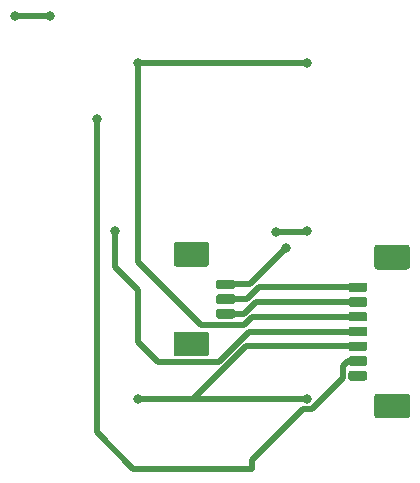
<source format=gbr>
G04 #@! TF.GenerationSoftware,KiCad,Pcbnew,(5.1.5)-3*
G04 #@! TF.CreationDate,2020-03-19T11:24:29+02:00*
G04 #@! TF.ProjectId,LeftPanel,4c656674-5061-46e6-956c-2e6b69636164,rev?*
G04 #@! TF.SameCoordinates,Original*
G04 #@! TF.FileFunction,Copper,L2,Bot*
G04 #@! TF.FilePolarity,Positive*
%FSLAX46Y46*%
G04 Gerber Fmt 4.6, Leading zero omitted, Abs format (unit mm)*
G04 Created by KiCad (PCBNEW (5.1.5)-3) date 2020-03-19 11:24:29*
%MOMM*%
%LPD*%
G04 APERTURE LIST*
%ADD10C,0.100000*%
%ADD11C,0.800000*%
%ADD12C,0.500000*%
G04 APERTURE END LIST*
G04 #@! TA.AperFunction,SMDPad,CuDef*
D10*
G36*
X71019603Y-157100963D02*
G01*
X71039018Y-157103843D01*
X71058057Y-157108612D01*
X71076537Y-157115224D01*
X71094279Y-157123616D01*
X71111114Y-157133706D01*
X71126879Y-157145398D01*
X71141421Y-157158579D01*
X71154602Y-157173121D01*
X71166294Y-157188886D01*
X71176384Y-157205721D01*
X71184776Y-157223463D01*
X71191388Y-157241943D01*
X71196157Y-157260982D01*
X71199037Y-157280397D01*
X71200000Y-157300000D01*
X71200000Y-157700000D01*
X71199037Y-157719603D01*
X71196157Y-157739018D01*
X71191388Y-157758057D01*
X71184776Y-157776537D01*
X71176384Y-157794279D01*
X71166294Y-157811114D01*
X71154602Y-157826879D01*
X71141421Y-157841421D01*
X71126879Y-157854602D01*
X71111114Y-157866294D01*
X71094279Y-157876384D01*
X71076537Y-157884776D01*
X71058057Y-157891388D01*
X71039018Y-157896157D01*
X71019603Y-157899037D01*
X71000000Y-157900000D01*
X69800000Y-157900000D01*
X69780397Y-157899037D01*
X69760982Y-157896157D01*
X69741943Y-157891388D01*
X69723463Y-157884776D01*
X69705721Y-157876384D01*
X69688886Y-157866294D01*
X69673121Y-157854602D01*
X69658579Y-157841421D01*
X69645398Y-157826879D01*
X69633706Y-157811114D01*
X69623616Y-157794279D01*
X69615224Y-157776537D01*
X69608612Y-157758057D01*
X69603843Y-157739018D01*
X69600963Y-157719603D01*
X69600000Y-157700000D01*
X69600000Y-157300000D01*
X69600963Y-157280397D01*
X69603843Y-157260982D01*
X69608612Y-157241943D01*
X69615224Y-157223463D01*
X69623616Y-157205721D01*
X69633706Y-157188886D01*
X69645398Y-157173121D01*
X69658579Y-157158579D01*
X69673121Y-157145398D01*
X69688886Y-157133706D01*
X69705721Y-157123616D01*
X69723463Y-157115224D01*
X69741943Y-157108612D01*
X69760982Y-157103843D01*
X69780397Y-157100963D01*
X69800000Y-157100000D01*
X71000000Y-157100000D01*
X71019603Y-157100963D01*
G37*
G04 #@! TD.AperFunction*
G04 #@! TA.AperFunction,SMDPad,CuDef*
G36*
X71019603Y-155850963D02*
G01*
X71039018Y-155853843D01*
X71058057Y-155858612D01*
X71076537Y-155865224D01*
X71094279Y-155873616D01*
X71111114Y-155883706D01*
X71126879Y-155895398D01*
X71141421Y-155908579D01*
X71154602Y-155923121D01*
X71166294Y-155938886D01*
X71176384Y-155955721D01*
X71184776Y-155973463D01*
X71191388Y-155991943D01*
X71196157Y-156010982D01*
X71199037Y-156030397D01*
X71200000Y-156050000D01*
X71200000Y-156450000D01*
X71199037Y-156469603D01*
X71196157Y-156489018D01*
X71191388Y-156508057D01*
X71184776Y-156526537D01*
X71176384Y-156544279D01*
X71166294Y-156561114D01*
X71154602Y-156576879D01*
X71141421Y-156591421D01*
X71126879Y-156604602D01*
X71111114Y-156616294D01*
X71094279Y-156626384D01*
X71076537Y-156634776D01*
X71058057Y-156641388D01*
X71039018Y-156646157D01*
X71019603Y-156649037D01*
X71000000Y-156650000D01*
X69800000Y-156650000D01*
X69780397Y-156649037D01*
X69760982Y-156646157D01*
X69741943Y-156641388D01*
X69723463Y-156634776D01*
X69705721Y-156626384D01*
X69688886Y-156616294D01*
X69673121Y-156604602D01*
X69658579Y-156591421D01*
X69645398Y-156576879D01*
X69633706Y-156561114D01*
X69623616Y-156544279D01*
X69615224Y-156526537D01*
X69608612Y-156508057D01*
X69603843Y-156489018D01*
X69600963Y-156469603D01*
X69600000Y-156450000D01*
X69600000Y-156050000D01*
X69600963Y-156030397D01*
X69603843Y-156010982D01*
X69608612Y-155991943D01*
X69615224Y-155973463D01*
X69623616Y-155955721D01*
X69633706Y-155938886D01*
X69645398Y-155923121D01*
X69658579Y-155908579D01*
X69673121Y-155895398D01*
X69688886Y-155883706D01*
X69705721Y-155873616D01*
X69723463Y-155865224D01*
X69741943Y-155858612D01*
X69760982Y-155853843D01*
X69780397Y-155850963D01*
X69800000Y-155850000D01*
X71000000Y-155850000D01*
X71019603Y-155850963D01*
G37*
G04 #@! TD.AperFunction*
G04 #@! TA.AperFunction,SMDPad,CuDef*
G36*
X71019603Y-154600963D02*
G01*
X71039018Y-154603843D01*
X71058057Y-154608612D01*
X71076537Y-154615224D01*
X71094279Y-154623616D01*
X71111114Y-154633706D01*
X71126879Y-154645398D01*
X71141421Y-154658579D01*
X71154602Y-154673121D01*
X71166294Y-154688886D01*
X71176384Y-154705721D01*
X71184776Y-154723463D01*
X71191388Y-154741943D01*
X71196157Y-154760982D01*
X71199037Y-154780397D01*
X71200000Y-154800000D01*
X71200000Y-155200000D01*
X71199037Y-155219603D01*
X71196157Y-155239018D01*
X71191388Y-155258057D01*
X71184776Y-155276537D01*
X71176384Y-155294279D01*
X71166294Y-155311114D01*
X71154602Y-155326879D01*
X71141421Y-155341421D01*
X71126879Y-155354602D01*
X71111114Y-155366294D01*
X71094279Y-155376384D01*
X71076537Y-155384776D01*
X71058057Y-155391388D01*
X71039018Y-155396157D01*
X71019603Y-155399037D01*
X71000000Y-155400000D01*
X69800000Y-155400000D01*
X69780397Y-155399037D01*
X69760982Y-155396157D01*
X69741943Y-155391388D01*
X69723463Y-155384776D01*
X69705721Y-155376384D01*
X69688886Y-155366294D01*
X69673121Y-155354602D01*
X69658579Y-155341421D01*
X69645398Y-155326879D01*
X69633706Y-155311114D01*
X69623616Y-155294279D01*
X69615224Y-155276537D01*
X69608612Y-155258057D01*
X69603843Y-155239018D01*
X69600963Y-155219603D01*
X69600000Y-155200000D01*
X69600000Y-154800000D01*
X69600963Y-154780397D01*
X69603843Y-154760982D01*
X69608612Y-154741943D01*
X69615224Y-154723463D01*
X69623616Y-154705721D01*
X69633706Y-154688886D01*
X69645398Y-154673121D01*
X69658579Y-154658579D01*
X69673121Y-154645398D01*
X69688886Y-154633706D01*
X69705721Y-154623616D01*
X69723463Y-154615224D01*
X69741943Y-154608612D01*
X69760982Y-154603843D01*
X69780397Y-154600963D01*
X69800000Y-154600000D01*
X71000000Y-154600000D01*
X71019603Y-154600963D01*
G37*
G04 #@! TD.AperFunction*
G04 #@! TA.AperFunction,SMDPad,CuDef*
G36*
X68774504Y-159001204D02*
G01*
X68798773Y-159004804D01*
X68822571Y-159010765D01*
X68845671Y-159019030D01*
X68867849Y-159029520D01*
X68888893Y-159042133D01*
X68908598Y-159056747D01*
X68926777Y-159073223D01*
X68943253Y-159091402D01*
X68957867Y-159111107D01*
X68970480Y-159132151D01*
X68980970Y-159154329D01*
X68989235Y-159177429D01*
X68995196Y-159201227D01*
X68998796Y-159225496D01*
X69000000Y-159250000D01*
X69000000Y-160850000D01*
X68998796Y-160874504D01*
X68995196Y-160898773D01*
X68989235Y-160922571D01*
X68980970Y-160945671D01*
X68970480Y-160967849D01*
X68957867Y-160988893D01*
X68943253Y-161008598D01*
X68926777Y-161026777D01*
X68908598Y-161043253D01*
X68888893Y-161057867D01*
X68867849Y-161070480D01*
X68845671Y-161080970D01*
X68822571Y-161089235D01*
X68798773Y-161095196D01*
X68774504Y-161098796D01*
X68750000Y-161100000D01*
X66250000Y-161100000D01*
X66225496Y-161098796D01*
X66201227Y-161095196D01*
X66177429Y-161089235D01*
X66154329Y-161080970D01*
X66132151Y-161070480D01*
X66111107Y-161057867D01*
X66091402Y-161043253D01*
X66073223Y-161026777D01*
X66056747Y-161008598D01*
X66042133Y-160988893D01*
X66029520Y-160967849D01*
X66019030Y-160945671D01*
X66010765Y-160922571D01*
X66004804Y-160898773D01*
X66001204Y-160874504D01*
X66000000Y-160850000D01*
X66000000Y-159250000D01*
X66001204Y-159225496D01*
X66004804Y-159201227D01*
X66010765Y-159177429D01*
X66019030Y-159154329D01*
X66029520Y-159132151D01*
X66042133Y-159111107D01*
X66056747Y-159091402D01*
X66073223Y-159073223D01*
X66091402Y-159056747D01*
X66111107Y-159042133D01*
X66132151Y-159029520D01*
X66154329Y-159019030D01*
X66177429Y-159010765D01*
X66201227Y-159004804D01*
X66225496Y-159001204D01*
X66250000Y-159000000D01*
X68750000Y-159000000D01*
X68774504Y-159001204D01*
G37*
G04 #@! TD.AperFunction*
G04 #@! TA.AperFunction,SMDPad,CuDef*
G36*
X68774504Y-151401204D02*
G01*
X68798773Y-151404804D01*
X68822571Y-151410765D01*
X68845671Y-151419030D01*
X68867849Y-151429520D01*
X68888893Y-151442133D01*
X68908598Y-151456747D01*
X68926777Y-151473223D01*
X68943253Y-151491402D01*
X68957867Y-151511107D01*
X68970480Y-151532151D01*
X68980970Y-151554329D01*
X68989235Y-151577429D01*
X68995196Y-151601227D01*
X68998796Y-151625496D01*
X69000000Y-151650000D01*
X69000000Y-153250000D01*
X68998796Y-153274504D01*
X68995196Y-153298773D01*
X68989235Y-153322571D01*
X68980970Y-153345671D01*
X68970480Y-153367849D01*
X68957867Y-153388893D01*
X68943253Y-153408598D01*
X68926777Y-153426777D01*
X68908598Y-153443253D01*
X68888893Y-153457867D01*
X68867849Y-153470480D01*
X68845671Y-153480970D01*
X68822571Y-153489235D01*
X68798773Y-153495196D01*
X68774504Y-153498796D01*
X68750000Y-153500000D01*
X66250000Y-153500000D01*
X66225496Y-153498796D01*
X66201227Y-153495196D01*
X66177429Y-153489235D01*
X66154329Y-153480970D01*
X66132151Y-153470480D01*
X66111107Y-153457867D01*
X66091402Y-153443253D01*
X66073223Y-153426777D01*
X66056747Y-153408598D01*
X66042133Y-153388893D01*
X66029520Y-153367849D01*
X66019030Y-153345671D01*
X66010765Y-153322571D01*
X66004804Y-153298773D01*
X66001204Y-153274504D01*
X66000000Y-153250000D01*
X66000000Y-151650000D01*
X66001204Y-151625496D01*
X66004804Y-151601227D01*
X66010765Y-151577429D01*
X66019030Y-151554329D01*
X66029520Y-151532151D01*
X66042133Y-151511107D01*
X66056747Y-151491402D01*
X66073223Y-151473223D01*
X66091402Y-151456747D01*
X66111107Y-151442133D01*
X66132151Y-151429520D01*
X66154329Y-151419030D01*
X66177429Y-151410765D01*
X66201227Y-151404804D01*
X66225496Y-151401204D01*
X66250000Y-151400000D01*
X68750000Y-151400000D01*
X68774504Y-151401204D01*
G37*
G04 #@! TD.AperFunction*
G04 #@! TA.AperFunction,SMDPad,CuDef*
G36*
X82219603Y-154850963D02*
G01*
X82239018Y-154853843D01*
X82258057Y-154858612D01*
X82276537Y-154865224D01*
X82294279Y-154873616D01*
X82311114Y-154883706D01*
X82326879Y-154895398D01*
X82341421Y-154908579D01*
X82354602Y-154923121D01*
X82366294Y-154938886D01*
X82376384Y-154955721D01*
X82384776Y-154973463D01*
X82391388Y-154991943D01*
X82396157Y-155010982D01*
X82399037Y-155030397D01*
X82400000Y-155050000D01*
X82400000Y-155450000D01*
X82399037Y-155469603D01*
X82396157Y-155489018D01*
X82391388Y-155508057D01*
X82384776Y-155526537D01*
X82376384Y-155544279D01*
X82366294Y-155561114D01*
X82354602Y-155576879D01*
X82341421Y-155591421D01*
X82326879Y-155604602D01*
X82311114Y-155616294D01*
X82294279Y-155626384D01*
X82276537Y-155634776D01*
X82258057Y-155641388D01*
X82239018Y-155646157D01*
X82219603Y-155649037D01*
X82200000Y-155650000D01*
X81000000Y-155650000D01*
X80980397Y-155649037D01*
X80960982Y-155646157D01*
X80941943Y-155641388D01*
X80923463Y-155634776D01*
X80905721Y-155626384D01*
X80888886Y-155616294D01*
X80873121Y-155604602D01*
X80858579Y-155591421D01*
X80845398Y-155576879D01*
X80833706Y-155561114D01*
X80823616Y-155544279D01*
X80815224Y-155526537D01*
X80808612Y-155508057D01*
X80803843Y-155489018D01*
X80800963Y-155469603D01*
X80800000Y-155450000D01*
X80800000Y-155050000D01*
X80800963Y-155030397D01*
X80803843Y-155010982D01*
X80808612Y-154991943D01*
X80815224Y-154973463D01*
X80823616Y-154955721D01*
X80833706Y-154938886D01*
X80845398Y-154923121D01*
X80858579Y-154908579D01*
X80873121Y-154895398D01*
X80888886Y-154883706D01*
X80905721Y-154873616D01*
X80923463Y-154865224D01*
X80941943Y-154858612D01*
X80960982Y-154853843D01*
X80980397Y-154850963D01*
X81000000Y-154850000D01*
X82200000Y-154850000D01*
X82219603Y-154850963D01*
G37*
G04 #@! TD.AperFunction*
G04 #@! TA.AperFunction,SMDPad,CuDef*
G36*
X82219603Y-156100963D02*
G01*
X82239018Y-156103843D01*
X82258057Y-156108612D01*
X82276537Y-156115224D01*
X82294279Y-156123616D01*
X82311114Y-156133706D01*
X82326879Y-156145398D01*
X82341421Y-156158579D01*
X82354602Y-156173121D01*
X82366294Y-156188886D01*
X82376384Y-156205721D01*
X82384776Y-156223463D01*
X82391388Y-156241943D01*
X82396157Y-156260982D01*
X82399037Y-156280397D01*
X82400000Y-156300000D01*
X82400000Y-156700000D01*
X82399037Y-156719603D01*
X82396157Y-156739018D01*
X82391388Y-156758057D01*
X82384776Y-156776537D01*
X82376384Y-156794279D01*
X82366294Y-156811114D01*
X82354602Y-156826879D01*
X82341421Y-156841421D01*
X82326879Y-156854602D01*
X82311114Y-156866294D01*
X82294279Y-156876384D01*
X82276537Y-156884776D01*
X82258057Y-156891388D01*
X82239018Y-156896157D01*
X82219603Y-156899037D01*
X82200000Y-156900000D01*
X81000000Y-156900000D01*
X80980397Y-156899037D01*
X80960982Y-156896157D01*
X80941943Y-156891388D01*
X80923463Y-156884776D01*
X80905721Y-156876384D01*
X80888886Y-156866294D01*
X80873121Y-156854602D01*
X80858579Y-156841421D01*
X80845398Y-156826879D01*
X80833706Y-156811114D01*
X80823616Y-156794279D01*
X80815224Y-156776537D01*
X80808612Y-156758057D01*
X80803843Y-156739018D01*
X80800963Y-156719603D01*
X80800000Y-156700000D01*
X80800000Y-156300000D01*
X80800963Y-156280397D01*
X80803843Y-156260982D01*
X80808612Y-156241943D01*
X80815224Y-156223463D01*
X80823616Y-156205721D01*
X80833706Y-156188886D01*
X80845398Y-156173121D01*
X80858579Y-156158579D01*
X80873121Y-156145398D01*
X80888886Y-156133706D01*
X80905721Y-156123616D01*
X80923463Y-156115224D01*
X80941943Y-156108612D01*
X80960982Y-156103843D01*
X80980397Y-156100963D01*
X81000000Y-156100000D01*
X82200000Y-156100000D01*
X82219603Y-156100963D01*
G37*
G04 #@! TD.AperFunction*
G04 #@! TA.AperFunction,SMDPad,CuDef*
G36*
X82219603Y-157350963D02*
G01*
X82239018Y-157353843D01*
X82258057Y-157358612D01*
X82276537Y-157365224D01*
X82294279Y-157373616D01*
X82311114Y-157383706D01*
X82326879Y-157395398D01*
X82341421Y-157408579D01*
X82354602Y-157423121D01*
X82366294Y-157438886D01*
X82376384Y-157455721D01*
X82384776Y-157473463D01*
X82391388Y-157491943D01*
X82396157Y-157510982D01*
X82399037Y-157530397D01*
X82400000Y-157550000D01*
X82400000Y-157950000D01*
X82399037Y-157969603D01*
X82396157Y-157989018D01*
X82391388Y-158008057D01*
X82384776Y-158026537D01*
X82376384Y-158044279D01*
X82366294Y-158061114D01*
X82354602Y-158076879D01*
X82341421Y-158091421D01*
X82326879Y-158104602D01*
X82311114Y-158116294D01*
X82294279Y-158126384D01*
X82276537Y-158134776D01*
X82258057Y-158141388D01*
X82239018Y-158146157D01*
X82219603Y-158149037D01*
X82200000Y-158150000D01*
X81000000Y-158150000D01*
X80980397Y-158149037D01*
X80960982Y-158146157D01*
X80941943Y-158141388D01*
X80923463Y-158134776D01*
X80905721Y-158126384D01*
X80888886Y-158116294D01*
X80873121Y-158104602D01*
X80858579Y-158091421D01*
X80845398Y-158076879D01*
X80833706Y-158061114D01*
X80823616Y-158044279D01*
X80815224Y-158026537D01*
X80808612Y-158008057D01*
X80803843Y-157989018D01*
X80800963Y-157969603D01*
X80800000Y-157950000D01*
X80800000Y-157550000D01*
X80800963Y-157530397D01*
X80803843Y-157510982D01*
X80808612Y-157491943D01*
X80815224Y-157473463D01*
X80823616Y-157455721D01*
X80833706Y-157438886D01*
X80845398Y-157423121D01*
X80858579Y-157408579D01*
X80873121Y-157395398D01*
X80888886Y-157383706D01*
X80905721Y-157373616D01*
X80923463Y-157365224D01*
X80941943Y-157358612D01*
X80960982Y-157353843D01*
X80980397Y-157350963D01*
X81000000Y-157350000D01*
X82200000Y-157350000D01*
X82219603Y-157350963D01*
G37*
G04 #@! TD.AperFunction*
G04 #@! TA.AperFunction,SMDPad,CuDef*
G36*
X82219603Y-158600963D02*
G01*
X82239018Y-158603843D01*
X82258057Y-158608612D01*
X82276537Y-158615224D01*
X82294279Y-158623616D01*
X82311114Y-158633706D01*
X82326879Y-158645398D01*
X82341421Y-158658579D01*
X82354602Y-158673121D01*
X82366294Y-158688886D01*
X82376384Y-158705721D01*
X82384776Y-158723463D01*
X82391388Y-158741943D01*
X82396157Y-158760982D01*
X82399037Y-158780397D01*
X82400000Y-158800000D01*
X82400000Y-159200000D01*
X82399037Y-159219603D01*
X82396157Y-159239018D01*
X82391388Y-159258057D01*
X82384776Y-159276537D01*
X82376384Y-159294279D01*
X82366294Y-159311114D01*
X82354602Y-159326879D01*
X82341421Y-159341421D01*
X82326879Y-159354602D01*
X82311114Y-159366294D01*
X82294279Y-159376384D01*
X82276537Y-159384776D01*
X82258057Y-159391388D01*
X82239018Y-159396157D01*
X82219603Y-159399037D01*
X82200000Y-159400000D01*
X81000000Y-159400000D01*
X80980397Y-159399037D01*
X80960982Y-159396157D01*
X80941943Y-159391388D01*
X80923463Y-159384776D01*
X80905721Y-159376384D01*
X80888886Y-159366294D01*
X80873121Y-159354602D01*
X80858579Y-159341421D01*
X80845398Y-159326879D01*
X80833706Y-159311114D01*
X80823616Y-159294279D01*
X80815224Y-159276537D01*
X80808612Y-159258057D01*
X80803843Y-159239018D01*
X80800963Y-159219603D01*
X80800000Y-159200000D01*
X80800000Y-158800000D01*
X80800963Y-158780397D01*
X80803843Y-158760982D01*
X80808612Y-158741943D01*
X80815224Y-158723463D01*
X80823616Y-158705721D01*
X80833706Y-158688886D01*
X80845398Y-158673121D01*
X80858579Y-158658579D01*
X80873121Y-158645398D01*
X80888886Y-158633706D01*
X80905721Y-158623616D01*
X80923463Y-158615224D01*
X80941943Y-158608612D01*
X80960982Y-158603843D01*
X80980397Y-158600963D01*
X81000000Y-158600000D01*
X82200000Y-158600000D01*
X82219603Y-158600963D01*
G37*
G04 #@! TD.AperFunction*
G04 #@! TA.AperFunction,SMDPad,CuDef*
G36*
X82219603Y-159850963D02*
G01*
X82239018Y-159853843D01*
X82258057Y-159858612D01*
X82276537Y-159865224D01*
X82294279Y-159873616D01*
X82311114Y-159883706D01*
X82326879Y-159895398D01*
X82341421Y-159908579D01*
X82354602Y-159923121D01*
X82366294Y-159938886D01*
X82376384Y-159955721D01*
X82384776Y-159973463D01*
X82391388Y-159991943D01*
X82396157Y-160010982D01*
X82399037Y-160030397D01*
X82400000Y-160050000D01*
X82400000Y-160450000D01*
X82399037Y-160469603D01*
X82396157Y-160489018D01*
X82391388Y-160508057D01*
X82384776Y-160526537D01*
X82376384Y-160544279D01*
X82366294Y-160561114D01*
X82354602Y-160576879D01*
X82341421Y-160591421D01*
X82326879Y-160604602D01*
X82311114Y-160616294D01*
X82294279Y-160626384D01*
X82276537Y-160634776D01*
X82258057Y-160641388D01*
X82239018Y-160646157D01*
X82219603Y-160649037D01*
X82200000Y-160650000D01*
X81000000Y-160650000D01*
X80980397Y-160649037D01*
X80960982Y-160646157D01*
X80941943Y-160641388D01*
X80923463Y-160634776D01*
X80905721Y-160626384D01*
X80888886Y-160616294D01*
X80873121Y-160604602D01*
X80858579Y-160591421D01*
X80845398Y-160576879D01*
X80833706Y-160561114D01*
X80823616Y-160544279D01*
X80815224Y-160526537D01*
X80808612Y-160508057D01*
X80803843Y-160489018D01*
X80800963Y-160469603D01*
X80800000Y-160450000D01*
X80800000Y-160050000D01*
X80800963Y-160030397D01*
X80803843Y-160010982D01*
X80808612Y-159991943D01*
X80815224Y-159973463D01*
X80823616Y-159955721D01*
X80833706Y-159938886D01*
X80845398Y-159923121D01*
X80858579Y-159908579D01*
X80873121Y-159895398D01*
X80888886Y-159883706D01*
X80905721Y-159873616D01*
X80923463Y-159865224D01*
X80941943Y-159858612D01*
X80960982Y-159853843D01*
X80980397Y-159850963D01*
X81000000Y-159850000D01*
X82200000Y-159850000D01*
X82219603Y-159850963D01*
G37*
G04 #@! TD.AperFunction*
G04 #@! TA.AperFunction,SMDPad,CuDef*
G36*
X82219603Y-161100963D02*
G01*
X82239018Y-161103843D01*
X82258057Y-161108612D01*
X82276537Y-161115224D01*
X82294279Y-161123616D01*
X82311114Y-161133706D01*
X82326879Y-161145398D01*
X82341421Y-161158579D01*
X82354602Y-161173121D01*
X82366294Y-161188886D01*
X82376384Y-161205721D01*
X82384776Y-161223463D01*
X82391388Y-161241943D01*
X82396157Y-161260982D01*
X82399037Y-161280397D01*
X82400000Y-161300000D01*
X82400000Y-161700000D01*
X82399037Y-161719603D01*
X82396157Y-161739018D01*
X82391388Y-161758057D01*
X82384776Y-161776537D01*
X82376384Y-161794279D01*
X82366294Y-161811114D01*
X82354602Y-161826879D01*
X82341421Y-161841421D01*
X82326879Y-161854602D01*
X82311114Y-161866294D01*
X82294279Y-161876384D01*
X82276537Y-161884776D01*
X82258057Y-161891388D01*
X82239018Y-161896157D01*
X82219603Y-161899037D01*
X82200000Y-161900000D01*
X81000000Y-161900000D01*
X80980397Y-161899037D01*
X80960982Y-161896157D01*
X80941943Y-161891388D01*
X80923463Y-161884776D01*
X80905721Y-161876384D01*
X80888886Y-161866294D01*
X80873121Y-161854602D01*
X80858579Y-161841421D01*
X80845398Y-161826879D01*
X80833706Y-161811114D01*
X80823616Y-161794279D01*
X80815224Y-161776537D01*
X80808612Y-161758057D01*
X80803843Y-161739018D01*
X80800963Y-161719603D01*
X80800000Y-161700000D01*
X80800000Y-161300000D01*
X80800963Y-161280397D01*
X80803843Y-161260982D01*
X80808612Y-161241943D01*
X80815224Y-161223463D01*
X80823616Y-161205721D01*
X80833706Y-161188886D01*
X80845398Y-161173121D01*
X80858579Y-161158579D01*
X80873121Y-161145398D01*
X80888886Y-161133706D01*
X80905721Y-161123616D01*
X80923463Y-161115224D01*
X80941943Y-161108612D01*
X80960982Y-161103843D01*
X80980397Y-161100963D01*
X81000000Y-161100000D01*
X82200000Y-161100000D01*
X82219603Y-161100963D01*
G37*
G04 #@! TD.AperFunction*
G04 #@! TA.AperFunction,SMDPad,CuDef*
G36*
X82219603Y-162350963D02*
G01*
X82239018Y-162353843D01*
X82258057Y-162358612D01*
X82276537Y-162365224D01*
X82294279Y-162373616D01*
X82311114Y-162383706D01*
X82326879Y-162395398D01*
X82341421Y-162408579D01*
X82354602Y-162423121D01*
X82366294Y-162438886D01*
X82376384Y-162455721D01*
X82384776Y-162473463D01*
X82391388Y-162491943D01*
X82396157Y-162510982D01*
X82399037Y-162530397D01*
X82400000Y-162550000D01*
X82400000Y-162950000D01*
X82399037Y-162969603D01*
X82396157Y-162989018D01*
X82391388Y-163008057D01*
X82384776Y-163026537D01*
X82376384Y-163044279D01*
X82366294Y-163061114D01*
X82354602Y-163076879D01*
X82341421Y-163091421D01*
X82326879Y-163104602D01*
X82311114Y-163116294D01*
X82294279Y-163126384D01*
X82276537Y-163134776D01*
X82258057Y-163141388D01*
X82239018Y-163146157D01*
X82219603Y-163149037D01*
X82200000Y-163150000D01*
X81000000Y-163150000D01*
X80980397Y-163149037D01*
X80960982Y-163146157D01*
X80941943Y-163141388D01*
X80923463Y-163134776D01*
X80905721Y-163126384D01*
X80888886Y-163116294D01*
X80873121Y-163104602D01*
X80858579Y-163091421D01*
X80845398Y-163076879D01*
X80833706Y-163061114D01*
X80823616Y-163044279D01*
X80815224Y-163026537D01*
X80808612Y-163008057D01*
X80803843Y-162989018D01*
X80800963Y-162969603D01*
X80800000Y-162950000D01*
X80800000Y-162550000D01*
X80800963Y-162530397D01*
X80803843Y-162510982D01*
X80808612Y-162491943D01*
X80815224Y-162473463D01*
X80823616Y-162455721D01*
X80833706Y-162438886D01*
X80845398Y-162423121D01*
X80858579Y-162408579D01*
X80873121Y-162395398D01*
X80888886Y-162383706D01*
X80905721Y-162373616D01*
X80923463Y-162365224D01*
X80941943Y-162358612D01*
X80960982Y-162353843D01*
X80980397Y-162350963D01*
X81000000Y-162350000D01*
X82200000Y-162350000D01*
X82219603Y-162350963D01*
G37*
G04 #@! TD.AperFunction*
G04 #@! TA.AperFunction,SMDPad,CuDef*
G36*
X85774504Y-151651204D02*
G01*
X85798773Y-151654804D01*
X85822571Y-151660765D01*
X85845671Y-151669030D01*
X85867849Y-151679520D01*
X85888893Y-151692133D01*
X85908598Y-151706747D01*
X85926777Y-151723223D01*
X85943253Y-151741402D01*
X85957867Y-151761107D01*
X85970480Y-151782151D01*
X85980970Y-151804329D01*
X85989235Y-151827429D01*
X85995196Y-151851227D01*
X85998796Y-151875496D01*
X86000000Y-151900000D01*
X86000000Y-153500000D01*
X85998796Y-153524504D01*
X85995196Y-153548773D01*
X85989235Y-153572571D01*
X85980970Y-153595671D01*
X85970480Y-153617849D01*
X85957867Y-153638893D01*
X85943253Y-153658598D01*
X85926777Y-153676777D01*
X85908598Y-153693253D01*
X85888893Y-153707867D01*
X85867849Y-153720480D01*
X85845671Y-153730970D01*
X85822571Y-153739235D01*
X85798773Y-153745196D01*
X85774504Y-153748796D01*
X85750000Y-153750000D01*
X83250000Y-153750000D01*
X83225496Y-153748796D01*
X83201227Y-153745196D01*
X83177429Y-153739235D01*
X83154329Y-153730970D01*
X83132151Y-153720480D01*
X83111107Y-153707867D01*
X83091402Y-153693253D01*
X83073223Y-153676777D01*
X83056747Y-153658598D01*
X83042133Y-153638893D01*
X83029520Y-153617849D01*
X83019030Y-153595671D01*
X83010765Y-153572571D01*
X83004804Y-153548773D01*
X83001204Y-153524504D01*
X83000000Y-153500000D01*
X83000000Y-151900000D01*
X83001204Y-151875496D01*
X83004804Y-151851227D01*
X83010765Y-151827429D01*
X83019030Y-151804329D01*
X83029520Y-151782151D01*
X83042133Y-151761107D01*
X83056747Y-151741402D01*
X83073223Y-151723223D01*
X83091402Y-151706747D01*
X83111107Y-151692133D01*
X83132151Y-151679520D01*
X83154329Y-151669030D01*
X83177429Y-151660765D01*
X83201227Y-151654804D01*
X83225496Y-151651204D01*
X83250000Y-151650000D01*
X85750000Y-151650000D01*
X85774504Y-151651204D01*
G37*
G04 #@! TD.AperFunction*
G04 #@! TA.AperFunction,SMDPad,CuDef*
G36*
X85774504Y-164251204D02*
G01*
X85798773Y-164254804D01*
X85822571Y-164260765D01*
X85845671Y-164269030D01*
X85867849Y-164279520D01*
X85888893Y-164292133D01*
X85908598Y-164306747D01*
X85926777Y-164323223D01*
X85943253Y-164341402D01*
X85957867Y-164361107D01*
X85970480Y-164382151D01*
X85980970Y-164404329D01*
X85989235Y-164427429D01*
X85995196Y-164451227D01*
X85998796Y-164475496D01*
X86000000Y-164500000D01*
X86000000Y-166100000D01*
X85998796Y-166124504D01*
X85995196Y-166148773D01*
X85989235Y-166172571D01*
X85980970Y-166195671D01*
X85970480Y-166217849D01*
X85957867Y-166238893D01*
X85943253Y-166258598D01*
X85926777Y-166276777D01*
X85908598Y-166293253D01*
X85888893Y-166307867D01*
X85867849Y-166320480D01*
X85845671Y-166330970D01*
X85822571Y-166339235D01*
X85798773Y-166345196D01*
X85774504Y-166348796D01*
X85750000Y-166350000D01*
X83250000Y-166350000D01*
X83225496Y-166348796D01*
X83201227Y-166345196D01*
X83177429Y-166339235D01*
X83154329Y-166330970D01*
X83132151Y-166320480D01*
X83111107Y-166307867D01*
X83091402Y-166293253D01*
X83073223Y-166276777D01*
X83056747Y-166258598D01*
X83042133Y-166238893D01*
X83029520Y-166217849D01*
X83019030Y-166195671D01*
X83010765Y-166172571D01*
X83004804Y-166148773D01*
X83001204Y-166124504D01*
X83000000Y-166100000D01*
X83000000Y-164500000D01*
X83001204Y-164475496D01*
X83004804Y-164451227D01*
X83010765Y-164427429D01*
X83019030Y-164404329D01*
X83029520Y-164382151D01*
X83042133Y-164361107D01*
X83056747Y-164341402D01*
X83073223Y-164323223D01*
X83091402Y-164306747D01*
X83111107Y-164292133D01*
X83132151Y-164279520D01*
X83154329Y-164269030D01*
X83177429Y-164260765D01*
X83201227Y-164254804D01*
X83225496Y-164251204D01*
X83250000Y-164250000D01*
X85750000Y-164250000D01*
X85774504Y-164251204D01*
G37*
G04 #@! TD.AperFunction*
D11*
X59500000Y-141000000D03*
X62975000Y-164750000D03*
X77275000Y-164750000D03*
X61000000Y-150500000D03*
X74650000Y-150550000D03*
X77275000Y-150500000D03*
X62975000Y-136250000D03*
X77275000Y-136250000D03*
X75558683Y-151898211D03*
X52550000Y-132250000D03*
X55525000Y-132250000D03*
X81700000Y-162799994D03*
D12*
X73196856Y-155250000D02*
X81200000Y-155250000D01*
X72196856Y-156250000D02*
X73196856Y-155250000D01*
X72196856Y-156250000D02*
X70400000Y-156250000D01*
X72936818Y-156500000D02*
X81600000Y-156500000D01*
X71936818Y-157500000D02*
X72936818Y-156500000D01*
X71936818Y-157500000D02*
X70400000Y-157500000D01*
X59500000Y-167533002D02*
X59500000Y-141000000D01*
X72639997Y-170600001D02*
X62566999Y-170600001D01*
X62566999Y-170600001D02*
X59500000Y-167533002D01*
X80349990Y-161950010D02*
X80800000Y-161500000D01*
X80349990Y-162933012D02*
X80349990Y-161950010D01*
X77683001Y-165600001D02*
X80349990Y-162933012D01*
X76949999Y-165600001D02*
X77683001Y-165600001D01*
X72639997Y-169910003D02*
X76949999Y-165600001D01*
X80800000Y-161500000D02*
X81600000Y-161500000D01*
X72639997Y-170600001D02*
X72639997Y-169910003D01*
X67656705Y-164750000D02*
X62975000Y-164750000D01*
X72156705Y-160250000D02*
X67656705Y-164750000D01*
X62975000Y-164750000D02*
X77275000Y-164750000D01*
X72156705Y-160250000D02*
X81600000Y-160250000D01*
X62975000Y-159885002D02*
X62975000Y-155500000D01*
X64639999Y-161550001D02*
X62975000Y-159885002D01*
X69866742Y-161550001D02*
X64639999Y-161550001D01*
X72416743Y-159000000D02*
X69866742Y-161550001D01*
X62975000Y-155500000D02*
X61000000Y-153525000D01*
X61000000Y-153525000D02*
X61000000Y-150500000D01*
X74650000Y-150550000D02*
X77225000Y-150550000D01*
X77225000Y-150550000D02*
X77275000Y-150500000D01*
X72416743Y-159000000D02*
X81600000Y-159000000D01*
X62975000Y-136250000D02*
X77275000Y-136250000D01*
X72676780Y-157750000D02*
X81600000Y-157750000D01*
X71976780Y-158450000D02*
X72676780Y-157750000D01*
X68339998Y-158450000D02*
X71976780Y-158450000D01*
X62975000Y-136250000D02*
X62975000Y-153085002D01*
X62975000Y-153085002D02*
X68339998Y-158450000D01*
X72456894Y-155000000D02*
X75558683Y-151898211D01*
X52550000Y-132250000D02*
X55525000Y-132250000D01*
X72456894Y-155000000D02*
X70400000Y-155000000D01*
M02*

</source>
